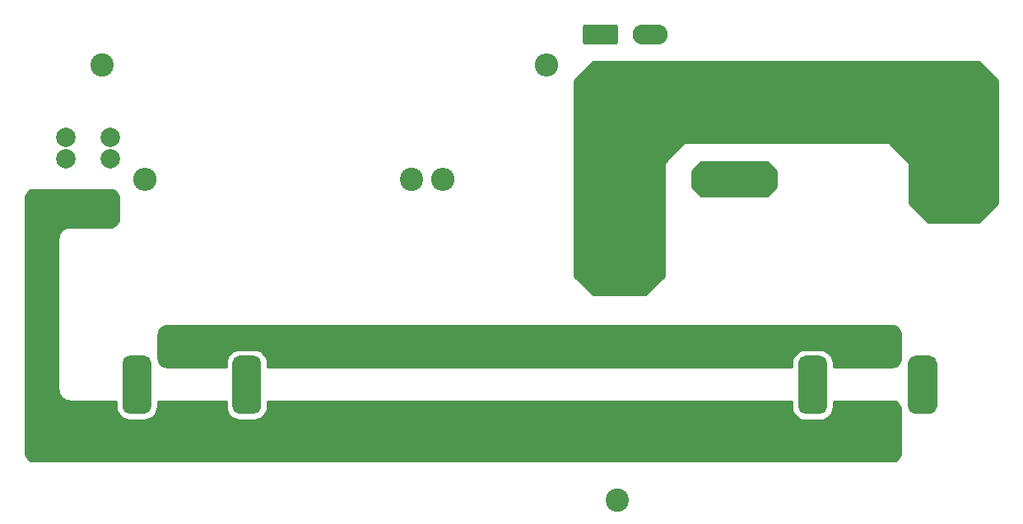
<source format=gtl>
G04 #@! TF.GenerationSoftware,KiCad,Pcbnew,(5.1.9)-1*
G04 #@! TF.CreationDate,2021-05-25T00:15:51+02:00*
G04 #@! TF.ProjectId,HF,48462e6b-6963-4616-945f-706362585858,rev?*
G04 #@! TF.SameCoordinates,Original*
G04 #@! TF.FileFunction,Copper,L1,Top*
G04 #@! TF.FilePolarity,Positive*
%FSLAX46Y46*%
G04 Gerber Fmt 4.6, Leading zero omitted, Abs format (unit mm)*
G04 Created by KiCad (PCBNEW (5.1.9)-1) date 2021-05-25 00:15:51*
%MOMM*%
%LPD*%
G01*
G04 APERTURE LIST*
G04 #@! TA.AperFunction,ComponentPad*
%ADD10C,2.400000*%
G04 #@! TD*
G04 #@! TA.AperFunction,ComponentPad*
%ADD11O,3.600000X2.100000*%
G04 #@! TD*
G04 #@! TA.AperFunction,ComponentPad*
%ADD12O,2.400000X2.400000*%
G04 #@! TD*
G04 #@! TA.AperFunction,ComponentPad*
%ADD13C,2.010000*%
G04 #@! TD*
G04 #@! TA.AperFunction,Conductor*
%ADD14C,0.254000*%
G04 #@! TD*
G04 #@! TA.AperFunction,Conductor*
%ADD15C,0.100000*%
G04 #@! TD*
G04 APERTURE END LIST*
D10*
X81500000Y-70600000D03*
X81500000Y-46600000D03*
G04 #@! TA.AperFunction,ComponentPad*
G36*
G01*
X78249900Y-21650000D02*
X81350100Y-21650000D01*
G75*
G02*
X81600000Y-21899900I0J-249900D01*
G01*
X81600000Y-23500100D01*
G75*
G02*
X81350100Y-23750000I-249900J0D01*
G01*
X78249900Y-23750000D01*
G75*
G02*
X78000000Y-23500100I0J249900D01*
G01*
X78000000Y-21899900D01*
G75*
G02*
X78249900Y-21650000I249900J0D01*
G01*
G37*
G04 #@! TD.AperFunction*
D11*
X84880000Y-27780000D03*
X84880000Y-22700000D03*
X79800000Y-27780000D03*
D10*
X28500000Y-25800000D03*
D12*
X74220000Y-25800000D03*
D13*
X23620000Y-40560000D03*
X24820000Y-35460000D03*
X24820000Y-33260000D03*
X28170000Y-40560000D03*
X29370000Y-35460000D03*
X29370000Y-33260000D03*
D12*
X63600000Y-37600000D03*
D10*
X91100000Y-37600000D03*
D12*
X32900000Y-37600000D03*
D10*
X60400000Y-37600000D03*
X95970000Y-37590000D03*
X118470000Y-37590000D03*
G04 #@! TA.AperFunction,ComponentPad*
G36*
G01*
X33611200Y-56500000D02*
X33611200Y-61000000D01*
G75*
G02*
X32861200Y-61750000I-750000J0D01*
G01*
X31361200Y-61750000D01*
G75*
G02*
X30611200Y-61000000I0J750000D01*
G01*
X30611200Y-56500000D01*
G75*
G02*
X31361200Y-55750000I750000J0D01*
G01*
X32861200Y-55750000D01*
G75*
G02*
X33611200Y-56500000I0J-750000D01*
G01*
G37*
G04 #@! TD.AperFunction*
G04 #@! TA.AperFunction,ComponentPad*
G36*
G01*
X40000000Y-56567000D02*
X35500000Y-56567000D01*
G75*
G02*
X34750000Y-55817000I0J750000D01*
G01*
X34750000Y-54317000D01*
G75*
G02*
X35500000Y-53567000I750000J0D01*
G01*
X40000000Y-53567000D01*
G75*
G02*
X40750000Y-54317000I0J-750000D01*
G01*
X40750000Y-55817000D01*
G75*
G02*
X40000000Y-56567000I-750000J0D01*
G01*
G37*
G04 #@! TD.AperFunction*
G04 #@! TA.AperFunction,ComponentPad*
G36*
G01*
X44914200Y-56500000D02*
X44914200Y-61000000D01*
G75*
G02*
X44164200Y-61750000I-750000J0D01*
G01*
X42664200Y-61750000D01*
G75*
G02*
X41914200Y-61000000I0J750000D01*
G01*
X41914200Y-56500000D01*
G75*
G02*
X42664200Y-55750000I750000J0D01*
G01*
X44164200Y-55750000D01*
G75*
G02*
X44914200Y-56500000I0J-750000D01*
G01*
G37*
G04 #@! TD.AperFunction*
G04 #@! TA.AperFunction,ComponentPad*
G36*
G01*
X35500000Y-60933000D02*
X40000000Y-60933000D01*
G75*
G02*
X40750000Y-61683000I0J-750000D01*
G01*
X40750000Y-63183000D01*
G75*
G02*
X40000000Y-63933000I-750000J0D01*
G01*
X35500000Y-63933000D01*
G75*
G02*
X34750000Y-63183000I0J750000D01*
G01*
X34750000Y-61683000D01*
G75*
G02*
X35500000Y-60933000I750000J0D01*
G01*
G37*
G04 #@! TD.AperFunction*
G04 #@! TA.AperFunction,ComponentPad*
G36*
G01*
X105020000Y-60946000D02*
X109520000Y-60946000D01*
G75*
G02*
X110270000Y-61696000I0J-750000D01*
G01*
X110270000Y-63196000D01*
G75*
G02*
X109520000Y-63946000I-750000J0D01*
G01*
X105020000Y-63946000D01*
G75*
G02*
X104270000Y-63196000I0J750000D01*
G01*
X104270000Y-61696000D01*
G75*
G02*
X105020000Y-60946000I750000J0D01*
G01*
G37*
G04 #@! TD.AperFunction*
G04 #@! TA.AperFunction,ComponentPad*
G36*
G01*
X114434200Y-56513000D02*
X114434200Y-61013000D01*
G75*
G02*
X113684200Y-61763000I-750000J0D01*
G01*
X112184200Y-61763000D01*
G75*
G02*
X111434200Y-61013000I0J750000D01*
G01*
X111434200Y-56513000D01*
G75*
G02*
X112184200Y-55763000I750000J0D01*
G01*
X113684200Y-55763000D01*
G75*
G02*
X114434200Y-56513000I0J-750000D01*
G01*
G37*
G04 #@! TD.AperFunction*
G04 #@! TA.AperFunction,ComponentPad*
G36*
G01*
X109520000Y-56580000D02*
X105020000Y-56580000D01*
G75*
G02*
X104270000Y-55830000I0J750000D01*
G01*
X104270000Y-54330000D01*
G75*
G02*
X105020000Y-53580000I750000J0D01*
G01*
X109520000Y-53580000D01*
G75*
G02*
X110270000Y-54330000I0J-750000D01*
G01*
X110270000Y-55830000D01*
G75*
G02*
X109520000Y-56580000I-750000J0D01*
G01*
G37*
G04 #@! TD.AperFunction*
G04 #@! TA.AperFunction,ComponentPad*
G36*
G01*
X103131200Y-56513000D02*
X103131200Y-61013000D01*
G75*
G02*
X102381200Y-61763000I-750000J0D01*
G01*
X100881200Y-61763000D01*
G75*
G02*
X100131200Y-61013000I0J750000D01*
G01*
X100131200Y-56513000D01*
G75*
G02*
X100881200Y-55763000I750000J0D01*
G01*
X102381200Y-55763000D01*
G75*
G02*
X103131200Y-56513000I0J-750000D01*
G01*
G37*
G04 #@! TD.AperFunction*
D14*
X29509809Y-38694811D02*
X29673537Y-38744403D01*
X29824439Y-38824994D01*
X29956714Y-38933486D01*
X30065268Y-39065700D01*
X30145936Y-39216559D01*
X30195612Y-39380263D01*
X30213000Y-39556750D01*
X30213000Y-41633766D01*
X30195624Y-41810189D01*
X30145978Y-41973850D01*
X30065362Y-42124672D01*
X29956870Y-42256870D01*
X29824672Y-42365362D01*
X29673850Y-42445978D01*
X29510189Y-42495624D01*
X29333766Y-42513000D01*
X25130000Y-42513000D01*
X25117552Y-42513612D01*
X24922462Y-42532827D01*
X24898044Y-42537683D01*
X24710451Y-42594588D01*
X24687450Y-42604116D01*
X24514563Y-42696526D01*
X24493862Y-42710358D01*
X24342325Y-42834721D01*
X24324721Y-42852325D01*
X24200358Y-43003862D01*
X24186526Y-43024563D01*
X24094116Y-43197450D01*
X24084588Y-43220451D01*
X24027683Y-43408044D01*
X24022827Y-43432462D01*
X24003612Y-43627552D01*
X24003000Y-43640000D01*
X24003000Y-59300000D01*
X24003612Y-59312448D01*
X24022827Y-59507538D01*
X24027683Y-59531956D01*
X24084588Y-59719549D01*
X24094116Y-59742550D01*
X24186526Y-59915437D01*
X24200358Y-59936138D01*
X24324721Y-60087675D01*
X24342325Y-60105279D01*
X24493862Y-60229642D01*
X24514563Y-60243474D01*
X24687450Y-60335884D01*
X24710451Y-60345412D01*
X24898044Y-60402317D01*
X24922462Y-60407173D01*
X25117552Y-60426388D01*
X25130000Y-60427000D01*
X29973128Y-60427000D01*
X29973128Y-61000000D01*
X29999799Y-61270799D01*
X30078789Y-61531192D01*
X30207060Y-61771171D01*
X30379685Y-61981515D01*
X30590029Y-62154140D01*
X30830008Y-62282411D01*
X31090401Y-62361401D01*
X31361200Y-62388072D01*
X32861200Y-62388072D01*
X33131999Y-62361401D01*
X33392392Y-62282411D01*
X33632371Y-62154140D01*
X33842715Y-61981515D01*
X34015340Y-61771171D01*
X34143611Y-61531192D01*
X34222601Y-61270799D01*
X34249272Y-61000000D01*
X34249272Y-60427000D01*
X41276128Y-60427000D01*
X41276128Y-61000000D01*
X41302799Y-61270799D01*
X41381789Y-61531192D01*
X41510060Y-61771171D01*
X41682685Y-61981515D01*
X41893029Y-62154140D01*
X42133008Y-62282411D01*
X42393401Y-62361401D01*
X42664200Y-62388072D01*
X44164200Y-62388072D01*
X44434999Y-62361401D01*
X44695392Y-62282411D01*
X44935371Y-62154140D01*
X45145715Y-61981515D01*
X45318340Y-61771171D01*
X45446611Y-61531192D01*
X45525601Y-61270799D01*
X45552272Y-61000000D01*
X45552272Y-60427000D01*
X99493128Y-60427000D01*
X99493128Y-61013000D01*
X99519799Y-61283799D01*
X99598789Y-61544192D01*
X99727060Y-61784171D01*
X99899685Y-61994515D01*
X100110029Y-62167140D01*
X100350008Y-62295411D01*
X100610401Y-62374401D01*
X100881200Y-62401072D01*
X102381200Y-62401072D01*
X102651999Y-62374401D01*
X102912392Y-62295411D01*
X103152371Y-62167140D01*
X103362715Y-61994515D01*
X103535340Y-61784171D01*
X103663611Y-61544192D01*
X103742601Y-61283799D01*
X103769272Y-61013000D01*
X103769272Y-60427000D01*
X109783766Y-60427000D01*
X109960189Y-60444376D01*
X110123850Y-60494022D01*
X110274672Y-60574638D01*
X110406870Y-60683130D01*
X110515362Y-60815328D01*
X110595978Y-60966150D01*
X110645624Y-61129811D01*
X110663000Y-61306234D01*
X110663000Y-65713766D01*
X110645624Y-65890189D01*
X110595978Y-66053850D01*
X110515362Y-66204672D01*
X110406870Y-66336870D01*
X110274672Y-66445362D01*
X110123850Y-66525978D01*
X109960189Y-66575624D01*
X109783766Y-66593000D01*
X21546234Y-66593000D01*
X21369811Y-66575624D01*
X21206150Y-66525978D01*
X21055328Y-66445362D01*
X20923130Y-66336870D01*
X20814638Y-66204672D01*
X20734022Y-66053850D01*
X20684376Y-65890189D01*
X20667000Y-65713766D01*
X20667000Y-39560728D01*
X20684366Y-39384351D01*
X20733978Y-39220745D01*
X20814546Y-39069956D01*
X20922972Y-38937778D01*
X21055096Y-38829284D01*
X21205846Y-38748637D01*
X21369425Y-38698942D01*
X21545787Y-38681487D01*
X29333317Y-38677513D01*
X29509809Y-38694811D01*
G04 #@! TA.AperFunction,Conductor*
D15*
G36*
X29509809Y-38694811D02*
G01*
X29673537Y-38744403D01*
X29824439Y-38824994D01*
X29956714Y-38933486D01*
X30065268Y-39065700D01*
X30145936Y-39216559D01*
X30195612Y-39380263D01*
X30213000Y-39556750D01*
X30213000Y-41633766D01*
X30195624Y-41810189D01*
X30145978Y-41973850D01*
X30065362Y-42124672D01*
X29956870Y-42256870D01*
X29824672Y-42365362D01*
X29673850Y-42445978D01*
X29510189Y-42495624D01*
X29333766Y-42513000D01*
X25130000Y-42513000D01*
X25117552Y-42513612D01*
X24922462Y-42532827D01*
X24898044Y-42537683D01*
X24710451Y-42594588D01*
X24687450Y-42604116D01*
X24514563Y-42696526D01*
X24493862Y-42710358D01*
X24342325Y-42834721D01*
X24324721Y-42852325D01*
X24200358Y-43003862D01*
X24186526Y-43024563D01*
X24094116Y-43197450D01*
X24084588Y-43220451D01*
X24027683Y-43408044D01*
X24022827Y-43432462D01*
X24003612Y-43627552D01*
X24003000Y-43640000D01*
X24003000Y-59300000D01*
X24003612Y-59312448D01*
X24022827Y-59507538D01*
X24027683Y-59531956D01*
X24084588Y-59719549D01*
X24094116Y-59742550D01*
X24186526Y-59915437D01*
X24200358Y-59936138D01*
X24324721Y-60087675D01*
X24342325Y-60105279D01*
X24493862Y-60229642D01*
X24514563Y-60243474D01*
X24687450Y-60335884D01*
X24710451Y-60345412D01*
X24898044Y-60402317D01*
X24922462Y-60407173D01*
X25117552Y-60426388D01*
X25130000Y-60427000D01*
X29973128Y-60427000D01*
X29973128Y-61000000D01*
X29999799Y-61270799D01*
X30078789Y-61531192D01*
X30207060Y-61771171D01*
X30379685Y-61981515D01*
X30590029Y-62154140D01*
X30830008Y-62282411D01*
X31090401Y-62361401D01*
X31361200Y-62388072D01*
X32861200Y-62388072D01*
X33131999Y-62361401D01*
X33392392Y-62282411D01*
X33632371Y-62154140D01*
X33842715Y-61981515D01*
X34015340Y-61771171D01*
X34143611Y-61531192D01*
X34222601Y-61270799D01*
X34249272Y-61000000D01*
X34249272Y-60427000D01*
X41276128Y-60427000D01*
X41276128Y-61000000D01*
X41302799Y-61270799D01*
X41381789Y-61531192D01*
X41510060Y-61771171D01*
X41682685Y-61981515D01*
X41893029Y-62154140D01*
X42133008Y-62282411D01*
X42393401Y-62361401D01*
X42664200Y-62388072D01*
X44164200Y-62388072D01*
X44434999Y-62361401D01*
X44695392Y-62282411D01*
X44935371Y-62154140D01*
X45145715Y-61981515D01*
X45318340Y-61771171D01*
X45446611Y-61531192D01*
X45525601Y-61270799D01*
X45552272Y-61000000D01*
X45552272Y-60427000D01*
X99493128Y-60427000D01*
X99493128Y-61013000D01*
X99519799Y-61283799D01*
X99598789Y-61544192D01*
X99727060Y-61784171D01*
X99899685Y-61994515D01*
X100110029Y-62167140D01*
X100350008Y-62295411D01*
X100610401Y-62374401D01*
X100881200Y-62401072D01*
X102381200Y-62401072D01*
X102651999Y-62374401D01*
X102912392Y-62295411D01*
X103152371Y-62167140D01*
X103362715Y-61994515D01*
X103535340Y-61784171D01*
X103663611Y-61544192D01*
X103742601Y-61283799D01*
X103769272Y-61013000D01*
X103769272Y-60427000D01*
X109783766Y-60427000D01*
X109960189Y-60444376D01*
X110123850Y-60494022D01*
X110274672Y-60574638D01*
X110406870Y-60683130D01*
X110515362Y-60815328D01*
X110595978Y-60966150D01*
X110645624Y-61129811D01*
X110663000Y-61306234D01*
X110663000Y-65713766D01*
X110645624Y-65890189D01*
X110595978Y-66053850D01*
X110515362Y-66204672D01*
X110406870Y-66336870D01*
X110274672Y-66445362D01*
X110123850Y-66525978D01*
X109960189Y-66575624D01*
X109783766Y-66593000D01*
X21546234Y-66593000D01*
X21369811Y-66575624D01*
X21206150Y-66525978D01*
X21055328Y-66445362D01*
X20923130Y-66336870D01*
X20814638Y-66204672D01*
X20734022Y-66053850D01*
X20684376Y-65890189D01*
X20667000Y-65713766D01*
X20667000Y-39560728D01*
X20684366Y-39384351D01*
X20733978Y-39220745D01*
X20814546Y-39069956D01*
X20922972Y-38937778D01*
X21055096Y-38829284D01*
X21205846Y-38748637D01*
X21369425Y-38698942D01*
X21545787Y-38681487D01*
X29333317Y-38677513D01*
X29509809Y-38694811D01*
G37*
G04 #@! TD.AperFunction*
D14*
X109970189Y-52714376D02*
X110133850Y-52764022D01*
X110284672Y-52844638D01*
X110416870Y-52953130D01*
X110525362Y-53085328D01*
X110605978Y-53236150D01*
X110655624Y-53399811D01*
X110673000Y-53576234D01*
X110673000Y-55993766D01*
X110655624Y-56170189D01*
X110605978Y-56333850D01*
X110525362Y-56484672D01*
X110416870Y-56616870D01*
X110284672Y-56725362D01*
X110133850Y-56805978D01*
X109970189Y-56855624D01*
X109793766Y-56873000D01*
X103769272Y-56873000D01*
X103769272Y-56513000D01*
X103742601Y-56242201D01*
X103663611Y-55981808D01*
X103535340Y-55741829D01*
X103362715Y-55531485D01*
X103152371Y-55358860D01*
X102912392Y-55230589D01*
X102651999Y-55151599D01*
X102381200Y-55124928D01*
X100881200Y-55124928D01*
X100610401Y-55151599D01*
X100350008Y-55230589D01*
X100110029Y-55358860D01*
X99899685Y-55531485D01*
X99727060Y-55741829D01*
X99598789Y-55981808D01*
X99519799Y-56242201D01*
X99493128Y-56513000D01*
X99493128Y-56873000D01*
X45552272Y-56873000D01*
X45552272Y-56500000D01*
X45525601Y-56229201D01*
X45446611Y-55968808D01*
X45318340Y-55728829D01*
X45145715Y-55518485D01*
X44935371Y-55345860D01*
X44695392Y-55217589D01*
X44434999Y-55138599D01*
X44164200Y-55111928D01*
X42664200Y-55111928D01*
X42393401Y-55138599D01*
X42133008Y-55217589D01*
X41893029Y-55345860D01*
X41682685Y-55518485D01*
X41510060Y-55728829D01*
X41381789Y-55968808D01*
X41302799Y-56229201D01*
X41276128Y-56500000D01*
X41276128Y-56873000D01*
X35206234Y-56873000D01*
X35029811Y-56855624D01*
X34866150Y-56805978D01*
X34715328Y-56725362D01*
X34583130Y-56616870D01*
X34474638Y-56484672D01*
X34394022Y-56333850D01*
X34344376Y-56170189D01*
X34327000Y-55993766D01*
X34327000Y-53576234D01*
X34344376Y-53399811D01*
X34394022Y-53236150D01*
X34474638Y-53085328D01*
X34583130Y-52953130D01*
X34715328Y-52844638D01*
X34866150Y-52764022D01*
X35029811Y-52714376D01*
X35206234Y-52697000D01*
X109793766Y-52697000D01*
X109970189Y-52714376D01*
G04 #@! TA.AperFunction,Conductor*
D15*
G36*
X109970189Y-52714376D02*
G01*
X110133850Y-52764022D01*
X110284672Y-52844638D01*
X110416870Y-52953130D01*
X110525362Y-53085328D01*
X110605978Y-53236150D01*
X110655624Y-53399811D01*
X110673000Y-53576234D01*
X110673000Y-55993766D01*
X110655624Y-56170189D01*
X110605978Y-56333850D01*
X110525362Y-56484672D01*
X110416870Y-56616870D01*
X110284672Y-56725362D01*
X110133850Y-56805978D01*
X109970189Y-56855624D01*
X109793766Y-56873000D01*
X103769272Y-56873000D01*
X103769272Y-56513000D01*
X103742601Y-56242201D01*
X103663611Y-55981808D01*
X103535340Y-55741829D01*
X103362715Y-55531485D01*
X103152371Y-55358860D01*
X102912392Y-55230589D01*
X102651999Y-55151599D01*
X102381200Y-55124928D01*
X100881200Y-55124928D01*
X100610401Y-55151599D01*
X100350008Y-55230589D01*
X100110029Y-55358860D01*
X99899685Y-55531485D01*
X99727060Y-55741829D01*
X99598789Y-55981808D01*
X99519799Y-56242201D01*
X99493128Y-56513000D01*
X99493128Y-56873000D01*
X45552272Y-56873000D01*
X45552272Y-56500000D01*
X45525601Y-56229201D01*
X45446611Y-55968808D01*
X45318340Y-55728829D01*
X45145715Y-55518485D01*
X44935371Y-55345860D01*
X44695392Y-55217589D01*
X44434999Y-55138599D01*
X44164200Y-55111928D01*
X42664200Y-55111928D01*
X42393401Y-55138599D01*
X42133008Y-55217589D01*
X41893029Y-55345860D01*
X41682685Y-55518485D01*
X41510060Y-55728829D01*
X41381789Y-55968808D01*
X41302799Y-56229201D01*
X41276128Y-56500000D01*
X41276128Y-56873000D01*
X35206234Y-56873000D01*
X35029811Y-56855624D01*
X34866150Y-56805978D01*
X34715328Y-56725362D01*
X34583130Y-56616870D01*
X34474638Y-56484672D01*
X34394022Y-56333850D01*
X34344376Y-56170189D01*
X34327000Y-55993766D01*
X34327000Y-53576234D01*
X34344376Y-53399811D01*
X34394022Y-53236150D01*
X34474638Y-53085328D01*
X34583130Y-52953130D01*
X34715328Y-52844638D01*
X34866150Y-52764022D01*
X35029811Y-52714376D01*
X35206234Y-52697000D01*
X109793766Y-52697000D01*
X109970189Y-52714376D01*
G37*
G04 #@! TD.AperFunction*
D14*
X97883000Y-36772606D02*
X97883000Y-38367394D01*
X96957394Y-39293000D01*
X90130186Y-39293000D01*
X89204580Y-38367394D01*
X89204580Y-36772606D01*
X90130186Y-35847000D01*
X96957394Y-35847000D01*
X97883000Y-36772606D01*
G04 #@! TA.AperFunction,Conductor*
D15*
G36*
X97883000Y-36772606D02*
G01*
X97883000Y-38367394D01*
X96957394Y-39293000D01*
X90130186Y-39293000D01*
X89204580Y-38367394D01*
X89204580Y-36772606D01*
X90130186Y-35847000D01*
X96957394Y-35847000D01*
X97883000Y-36772606D01*
G37*
G04 #@! TD.AperFunction*
D14*
X120623000Y-27422606D02*
X120623000Y-40067394D01*
X118697394Y-41993000D01*
X113502606Y-41993000D01*
X111577000Y-40067394D01*
X111577000Y-35940000D01*
X111574560Y-35915224D01*
X111567333Y-35891399D01*
X111555597Y-35869443D01*
X111539839Y-35850233D01*
X109539840Y-33848630D01*
X109520601Y-33832829D01*
X109498649Y-33821084D01*
X109474827Y-33813847D01*
X109450103Y-33811397D01*
X88500101Y-33794603D01*
X88475322Y-33797023D01*
X88451492Y-33804231D01*
X88429526Y-33815950D01*
X88410261Y-33831736D01*
X86408988Y-35830133D01*
X86393180Y-35849367D01*
X86381428Y-35871315D01*
X86374184Y-35895134D01*
X86371726Y-35919919D01*
X86364307Y-47567338D01*
X84437419Y-49493000D01*
X79052606Y-49493000D01*
X77127000Y-47567394D01*
X77127000Y-27422606D01*
X79052606Y-25497000D01*
X118697394Y-25497000D01*
X120623000Y-27422606D01*
G04 #@! TA.AperFunction,Conductor*
D15*
G36*
X120623000Y-27422606D02*
G01*
X120623000Y-40067394D01*
X118697394Y-41993000D01*
X113502606Y-41993000D01*
X111577000Y-40067394D01*
X111577000Y-35940000D01*
X111574560Y-35915224D01*
X111567333Y-35891399D01*
X111555597Y-35869443D01*
X111539839Y-35850233D01*
X109539840Y-33848630D01*
X109520601Y-33832829D01*
X109498649Y-33821084D01*
X109474827Y-33813847D01*
X109450103Y-33811397D01*
X88500101Y-33794603D01*
X88475322Y-33797023D01*
X88451492Y-33804231D01*
X88429526Y-33815950D01*
X88410261Y-33831736D01*
X86408988Y-35830133D01*
X86393180Y-35849367D01*
X86381428Y-35871315D01*
X86374184Y-35895134D01*
X86371726Y-35919919D01*
X86364307Y-47567338D01*
X84437419Y-49493000D01*
X79052606Y-49493000D01*
X77127000Y-47567394D01*
X77127000Y-27422606D01*
X79052606Y-25497000D01*
X118697394Y-25497000D01*
X120623000Y-27422606D01*
G37*
G04 #@! TD.AperFunction*
M02*

</source>
